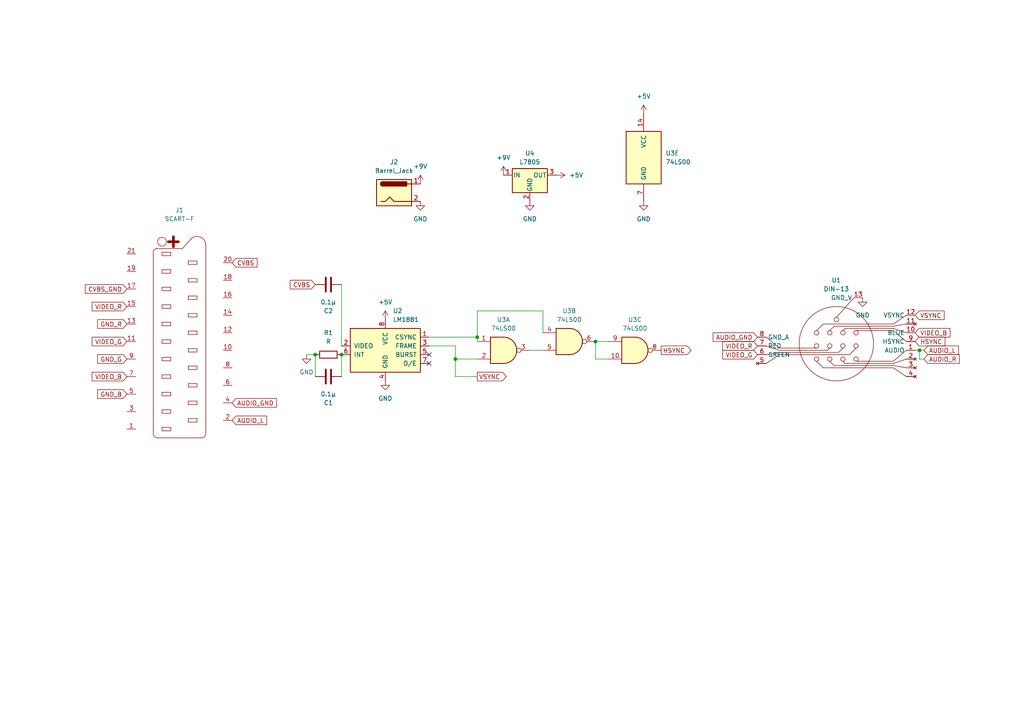
<source format=kicad_sch>
(kicad_sch (version 20230121) (generator eeschema)
  (paper "A4")
  (lib_symbols
    (symbol "74xx:74LS00" (pin_names (offset 1.016))
      (property "Reference" "U" (at 0 1.27 0))
      (property "Value" "74LS00" (at 0 -1.27 0))
      (symbol "74LS00_1_1"
        (arc (start 0 -3.81) (mid 3.7934 0) (end 0 3.81) (stroke (width 0.254)) (fill (type background)))
        (polyline (pts (xy 0 3.81) (xy -3.81 3.81) (xy -3.81 -3.81) (xy 0 -3.81)) (stroke (width 0.254)) (fill (type background)))
        (pin input line (at -7.62 2.54 0) (length 3.81) (name "~") (number "1"))
        (pin input line (at -7.62 -2.54 0) (length 3.81) (name "~") (number "2"))
        (pin output inverted (at 7.62 0 180) (length 3.81) (name "~") (number "3"))
      )
      (symbol "74LS00_1_2"
        (arc (start -3.81 -3.81) (mid -2.589 0) (end -3.81 3.81) (stroke (width 0.254)))
        (arc (start -0.6096 -3.81) (mid 2.1842 -2.5851) (end 3.81 0) (stroke (width 0.254)) (fill (type background)))
        (polyline (pts (xy -3.81 -3.81) (xy -0.635 -3.81)) (stroke (width 0.254)) (fill (type background)))
        (polyline (pts (xy -3.81 3.81) (xy -0.635 3.81)) (stroke (width 0.254)) (fill (type background)))
        (polyline (pts (xy -0.635 3.81) (xy -3.81 3.81) (xy -3.81 3.81) (xy -3.556 3.4036) (xy -3.0226 2.2606) (xy -2.6924 1.0414) (xy -2.6162 -0.254) (xy -2.7686 -1.4986) (xy -3.175 -2.7178) (xy -3.81 -3.81) (xy -3.81 -3.81) (xy -0.635 -3.81)) (stroke (width -25.4)) (fill (type background)))
        (arc (start 3.81 0) (mid 2.1915 2.5936) (end -0.6096 3.81) (stroke (width 0.254)) (fill (type background)))
        (pin input inverted (at -7.62 2.54 0) (length 4.318) (name "~") (number "1"))
        (pin input inverted (at -7.62 -2.54 0) (length 4.318) (name "~") (number "2"))
        (pin output line (at 7.62 0 180) (length 3.81) (name "~") (number "3"))
      )
      (symbol "74LS00_2_1"
        (arc (start 0 -3.81) (mid 3.7934 0) (end 0 3.81) (stroke (width 0.254)) (fill (type background)))
        (polyline (pts (xy 0 3.81) (xy -3.81 3.81) (xy -3.81 -3.81) (xy 0 -3.81)) (stroke (width 0.254)) (fill (type background)))
        (pin input line (at -7.62 2.54 0) (length 3.81) (name "~") (number "4"))
        (pin input line (at -7.62 -2.54 0) (length 3.81) (name "~") (number "5"))
        (pin output inverted (at 7.62 0 180) (length 3.81) (name "~") (number "6"))
      )
      (symbol "74LS00_2_2"
        (arc (start -3.81 -3.81) (mid -2.589 0) (end -3.81 3.81) (stroke (width 0.254)))
        (arc (start -0.6096 -3.81) (mid 2.1842 -2.5851) (end 3.81 0) (stroke (width 0.254)) (fill (type background)))
        (polyline (pts (xy -3.81 -3.81) (xy -0.635 -3.81)) (stroke (width 0.254)) (fill (type background)))
        (polyline (pts (xy -3.81 3.81) (xy -0.635 3.81)) (stroke (width 0.254)) (fill (type background)))
        (polyline (pts (xy -0.635 3.81) (xy -3.81 3.81) (xy -3.81 3.81) (xy -3.556 3.4036) (xy -3.0226 2.2606) (xy -2.6924 1.0414) (xy -2.6162 -0.254) (xy -2.7686 -1.4986) (xy -3.175 -2.7178) (xy -3.81 -3.81) (xy -3.81 -3.81) (xy -0.635 -3.81)) (stroke (width -25.4)) (fill (type background)))
        (arc (start 3.81 0) (mid 2.1915 2.5936) (end -0.6096 3.81) (stroke (width 0.254)) (fill (type background)))
        (pin input inverted (at -7.62 2.54 0) (length 4.318) (name "~") (number "4"))
        (pin input inverted (at -7.62 -2.54 0) (length 4.318) (name "~") (number "5"))
        (pin output line (at 7.62 0 180) (length 3.81) (name "~") (number "6"))
      )
      (symbol "74LS00_3_1"
        (arc (start 0 -3.81) (mid 3.7934 0) (end 0 3.81) (stroke (width 0.254)) (fill (type background)))
        (polyline (pts (xy 0 3.81) (xy -3.81 3.81) (xy -3.81 -3.81) (xy 0 -3.81)) (stroke (width 0.254)) (fill (type background)))
        (pin input line (at -7.62 -2.54 0) (length 3.81) (name "~") (number "10"))
        (pin output inverted (at 7.62 0 180) (length 3.81) (name "~") (number "8"))
        (pin input line (at -7.62 2.54 0) (length 3.81) (name "~") (number "9"))
      )
      (symbol "74LS00_3_2"
        (arc (start -3.81 -3.81) (mid -2.589 0) (end -3.81 3.81) (stroke (width 0.254)))
        (arc (start -0.6096 -3.81) (mid 2.1842 -2.5851) (end 3.81 0) (stroke (width 0.254)) (fill (type background)))
        (polyline (pts (xy -3.81 -3.81) (xy -0.635 -3.81)) (stroke (width 0.254)) (fill (type background)))
        (polyline (pts (xy -3.81 3.81) (xy -0.635 3.81)) (stroke (width 0.254)) (fill (type background)))
        (polyline (pts (xy -0.635 3.81) (xy -3.81 3.81) (xy -3.81 3.81) (xy -3.556 3.4036) (xy -3.0226 2.2606) (xy -2.6924 1.0414) (xy -2.6162 -0.254) (xy -2.7686 -1.4986) (xy -3.175 -2.7178) (xy -3.81 -3.81) (xy -3.81 -3.81) (xy -0.635 -3.81)) (stroke (width -25.4)) (fill (type background)))
        (arc (start 3.81 0) (mid 2.1915 2.5936) (end -0.6096 3.81) (stroke (width 0.254)) (fill (type background)))
        (pin input inverted (at -7.62 -2.54 0) (length 4.318) (name "~") (number "10"))
        (pin output line (at 7.62 0 180) (length 3.81) (name "~") (number "8"))
        (pin input inverted (at -7.62 2.54 0) (length 4.318) (name "~") (number "9"))
      )
      (symbol "74LS00_4_1"
        (arc (start 0 -3.81) (mid 3.7934 0) (end 0 3.81) (stroke (width 0.254)) (fill (type background)))
        (polyline (pts (xy 0 3.81) (xy -3.81 3.81) (xy -3.81 -3.81) (xy 0 -3.81)) (stroke (width 0.254)) (fill (type background)))
        (pin output inverted (at 7.62 0 180) (length 3.81) (name "~") (number "11"))
        (pin input line (at -7.62 2.54 0) (length 3.81) (name "~") (number "12"))
        (pin input line (at -7.62 -2.54 0) (length 3.81) (name "~") (number "13"))
      )
      (symbol "74LS00_4_2"
        (arc (start -3.81 -3.81) (mid -2.589 0) (end -3.81 3.81) (stroke (width 0.254)))
        (arc (start -0.6096 -3.81) (mid 2.1842 -2.5851) (end 3.81 0) (stroke (width 0.254)) (fill (type background)))
        (polyline (pts (xy -3.81 -3.81) (xy -0.635 -3.81)) (stroke (width 0.254)) (fill (type background)))
        (polyline (pts (xy -3.81 3.81) (xy -0.635 3.81)) (stroke (width 0.254)) (fill (type background)))
        (polyline (pts (xy -0.635 3.81) (xy -3.81 3.81) (xy -3.81 3.81) (xy -3.556 3.4036) (xy -3.0226 2.2606) (xy -2.6924 1.0414) (xy -2.6162 -0.254) (xy -2.7686 -1.4986) (xy -3.175 -2.7178) (xy -3.81 -3.81) (xy -3.81 -3.81) (xy -0.635 -3.81)) (stroke (width -25.4)) (fill (type background)))
        (arc (start 3.81 0) (mid 2.1915 2.5936) (end -0.6096 3.81) (stroke (width 0.254)) (fill (type background)))
        (pin output line (at 7.62 0 180) (length 3.81) (name "~") (number "11"))
        (pin input inverted (at -7.62 2.54 0) (length 4.318) (name "~") (number "12"))
        (pin input inverted (at -7.62 -2.54 0) (length 4.318) (name "~") (number "13"))
      )
      (symbol "74LS00_5_0"
        (pin power_in line (at 0 12.7 270) (length 5.08) (name "VCC") (number "14"))
        (pin power_in line (at 0 -12.7 90) (length 5.08) (name "GND") (number "7"))
      )
      (symbol "74LS00_5_1"
        (rectangle (start -5.08 7.62) (end 5.08 -7.62) (stroke (width 0.254)) (fill (type background)))
      )
    )
    (symbol "Connector:Barrel_Jack" (pin_names (offset 1.016))
      (property "Reference" "J" (at 0 5.334 0))
      (property "Value" "Barrel_Jack" (at 0 -5.08 0))
      (symbol "Barrel_Jack_0_1"
        (rectangle (start -5.08 3.81) (end 5.08 -3.81) (stroke (width 0.254)) (fill (type background)))
        (arc (start -3.302 3.175) (mid -3.9343 2.54) (end -3.302 1.905) (stroke (width 0.254)))
        (arc (start -3.302 3.175) (mid -3.9343 2.54) (end -3.302 1.905) (stroke (width 0.254)) (fill (type outline)))
        (polyline (pts (xy 5.08 2.54) (xy 3.81 2.54)) (stroke (width 0.254)))
        (polyline (pts (xy -3.81 -2.54) (xy -2.54 -2.54) (xy -1.27 -1.27) (xy 0 -2.54) (xy 2.54 -2.54) (xy 5.08 -2.54)) (stroke (width 0.254)))
        (rectangle (start 3.683 3.175) (end -3.302 1.905) (stroke (width 0.254)) (fill (type outline)))
      )
      (symbol "Barrel_Jack_1_1"
        (pin passive line (at 7.62 2.54 180) (length 2.54) (name "~") (number "1"))
        (pin passive line (at 7.62 -2.54 180) (length 2.54) (name "~") (number "2"))
      )
    )
    (symbol "Connector:SCART-F" (pin_names (offset 0.762) hide)
      (property "Reference" "J" (at 0 31.75 0))
      (property "Value" "SCART-F" (at 1.016 -29.21 0))
      (symbol "SCART-F_0_1"
        (arc (start -7.62 -26.67) (mid -7.248 -27.568) (end -6.35 -27.94))
        (arc (start -6.604 26.9494) (mid -7.3224 26.6518) (end -7.62 25.9334))
        (rectangle (start -5.08 -24.892) (end -2.54 -25.908))
        (rectangle (start -5.08 -19.812) (end -2.54 -20.828))
        (rectangle (start -5.08 -14.732) (end -2.54 -15.748))
        (rectangle (start -5.08 -9.652) (end -2.54 -10.668))
        (rectangle (start -5.08 -4.572) (end -2.54 -5.588))
        (rectangle (start -5.08 0.508) (end -2.54 -0.508))
        (rectangle (start -5.08 5.588) (end -2.54 4.572))
        (rectangle (start -5.08 10.668) (end -2.54 9.652))
        (rectangle (start -5.08 15.748) (end -2.54 14.732))
        (rectangle (start -5.08 20.828) (end -2.54 19.812))
        (rectangle (start -5.08 25.908) (end -2.54 24.892))
        (circle (center -5.08 28.956) (radius 1.27))
        (polyline (pts (xy -7.62 22.86) (xy -7.62 -26.67)))
        (polyline (pts (xy -7.62 22.86) (xy -7.62 24.13)))
        (polyline (pts (xy -7.62 24.6634) (xy -7.62 24.13)))
        (polyline (pts (xy -7.62 24.6634) (xy -7.62 25.9334)))
        (polyline (pts (xy -6.604 26.9494) (xy 0.508 26.9494)))
        (polyline (pts (xy -6.35 -27.94) (xy 6.35 -27.94)))
        (polyline (pts (xy 3.302 29.718) (xy 1.27 27.432)))
        (polyline (pts (xy 4.826 30.48) (xy 5.08 30.48)))
        (polyline (pts (xy 7.62 -26.67) (xy 7.62 28.2194)))
        (arc (start 0.508 26.924) (mid 0.9569 27.0702) (end 1.2192 27.4574))
        (rectangle (start 2.54 -22.352) (end 5.08 -23.368))
        (rectangle (start 2.54 -17.272) (end 5.08 -18.288))
        (rectangle (start 2.54 -12.192) (end 5.08 -13.208))
        (rectangle (start 2.54 -7.112) (end 5.08 -8.128))
        (rectangle (start 2.54 -2.032) (end 5.08 -3.048))
        (rectangle (start 2.54 3.048) (end 5.08 2.032))
        (rectangle (start 2.54 8.128) (end 5.08 7.112))
        (rectangle (start 2.54 13.208) (end 5.08 12.192))
        (rectangle (start 2.54 18.288) (end 5.08 17.272))
        (rectangle (start 2.54 23.368) (end 5.08 22.352))
        (arc (start 4.826 30.48) (mid 3.999 30.2726) (end 3.3782 29.6926))
        (arc (start 6.35 -27.94) (mid 7.248 -27.568) (end 7.62 -26.67))
        (arc (start 7.62 27.94) (mid 6.8761 29.7361) (end 5.08 30.48))
        (text "+" (at -1.778 29.21 0) (effects (font (size 3.81 3.81) bold)))
      )
      (symbol "SCART-F_1_1"
        (pin passive line (at -15.24 -25.4 0) (length 2.54) (name "P1") (number "1"))
        (pin passive line (at 15.24 -2.54 180) (length 2.54) (name "P10") (number "10"))
        (pin passive line (at -15.24 0 0) (length 2.54) (name "P11") (number "11"))
        (pin passive line (at 15.24 2.54 180) (length 2.54) (name "P12") (number "12"))
        (pin passive line (at -15.24 5.08 0) (length 2.54) (name "P13") (number "13"))
        (pin passive line (at 15.24 7.62 180) (length 2.54) (name "P14") (number "14"))
        (pin passive line (at -15.24 10.16 0) (length 2.54) (name "P15") (number "15"))
        (pin passive line (at 15.24 12.7 180) (length 2.54) (name "P16") (number "16"))
        (pin passive line (at -15.24 15.24 0) (length 2.54) (name "P17") (number "17"))
        (pin passive line (at 15.24 17.78 180) (length 2.54) (name "P18") (number "18"))
        (pin passive line (at -15.24 20.32 0) (length 2.54) (name "P19") (number "19"))
        (pin passive line (at 15.24 -22.86 180) (length 2.54) (name "P2") (number "2"))
        (pin passive line (at 15.24 22.86 180) (length 2.54) (name "P20") (number "20"))
        (pin passive line (at -15.24 25.4 0) (length 2.54) (name "P21") (number "21"))
        (pin passive line (at -15.24 -20.32 0) (length 2.54) (name "P3") (number "3"))
        (pin passive line (at 15.24 -17.78 180) (length 2.54) (name "P4") (number "4"))
        (pin passive line (at -15.24 -15.24 0) (length 2.54) (name "P5") (number "5"))
        (pin passive line (at 15.24 -12.7 180) (length 2.54) (name "P6") (number "6"))
        (pin passive line (at -15.24 -10.16 0) (length 2.54) (name "P7") (number "7"))
        (pin passive line (at 15.24 -7.62 180) (length 2.54) (name "P8") (number "8"))
        (pin passive line (at -15.24 -5.08 0) (length 2.54) (name "P9") (number "9"))
      )
    )
    (symbol "Device:C" (pin_numbers hide) (pin_names (offset 0.254))
      (property "Reference" "C" (at 0.635 2.54 0))
      (property "Value" "C" (at 0.635 -2.54 0))
      (symbol "C_0_1"
        (polyline (pts (xy -2.032 -0.762) (xy 2.032 -0.762)) (stroke (width 0.508)))
        (polyline (pts (xy -2.032 0.762) (xy 2.032 0.762)) (stroke (width 0.508)))
      )
      (symbol "C_1_1"
        (pin passive line (at 0 3.81 270) (length 2.794) (name "~") (number "1"))
        (pin passive line (at 0 -3.81 90) (length 2.794) (name "~") (number "2"))
      )
    )
    (symbol "Device:R" (pin_numbers hide) (pin_names (offset 0))
      (property "Reference" "R" (at 2.032 0 90))
      (property "Value" "R" (at 0 0 90))
      (symbol "R_0_1"
        (rectangle (start -1.016 -2.54) (end 1.016 2.54) (stroke (width 0.254)))
      )
      (symbol "R_1_1"
        (pin passive line (at 0 3.81 270) (length 1.27) (name "~") (number "1"))
        (pin passive line (at 0 -3.81 90) (length 1.27) (name "~") (number "2"))
      )
    )
    (symbol "Regulator_Linear:L7805" (pin_names (offset 0.254))
      (property "Reference" "U" (at -3.81 3.175 0))
      (property "Value" "L7805" (at 0 3.175 0))
      (symbol "L7805_0_1"
        (rectangle (start -5.08 1.905) (end 5.08 -5.08) (stroke (width 0.254)) (fill (type background)))
      )
      (symbol "L7805_1_1"
        (pin power_in line (at -7.62 0 0) (length 2.54) (name "IN") (number "1"))
        (pin power_in line (at 0 -7.62 90) (length 2.54) (name "GND") (number "2"))
        (pin power_out line (at 7.62 0 180) (length 2.54) (name "OUT") (number "3"))
      )
    )
    (symbol "Video:LM1881" (pin_names (offset 1.016))
      (property "Reference" "U" (at -8.89 8.89 0))
      (property "Value" "LM1881" (at 6.35 8.89 0))
      (symbol "LM1881_0_1"
        (rectangle (start -10.16 7.62) (end 10.16 -5.08) (stroke (width 0.254)) (fill (type background)))
      )
      (symbol "LM1881_1_1"
        (pin output line (at 12.7 5.08 180) (length 2.54) (name "CSYNC") (number "1"))
        (pin input line (at -12.7 2.54 0) (length 2.54) (name "VIDEO") (number "2"))
        (pin output line (at 12.7 2.54 180) (length 2.54) (name "FRAME") (number "3"))
        (pin power_in line (at 0 -7.62 90) (length 2.54) (name "GND") (number "4"))
        (pin output line (at 12.7 0 180) (length 2.54) (name "BURST") (number "5"))
        (pin input line (at -12.7 0 0) (length 2.54) (name "INT") (number "6"))
        (pin output line (at 12.7 -2.54 180) (length 2.54) (name "O/E") (number "7"))
        (pin power_in line (at 0 10.16 270) (length 2.54) (name "VCC") (number "8"))
      )
    )
    (symbol "power:+5V" (power) (pin_names (offset 0))
      (property "Value" "+5V" (at 0 3.556 0))
      (symbol "+5V_0_1"
        (polyline (pts (xy -0.762 1.27) (xy 0 2.54)))
        (polyline (pts (xy 0 0) (xy 0 2.54)))
        (polyline (pts (xy 0 2.54) (xy 0.762 1.27)))
      )
      (symbol "+5V_1_1"
        (pin power_in line (at 0 0 90) (length 0) hide (name "+5V") (number "1"))
      )
    )
    (symbol "power:+9V" (power) (pin_names (offset 0))
      (property "Value" "+9V" (at 0 3.556 0))
      (symbol "+9V_0_1"
        (polyline (pts (xy -0.762 1.27) (xy 0 2.54)))
        (polyline (pts (xy 0 0) (xy 0 2.54)))
        (polyline (pts (xy 0 2.54) (xy 0.762 1.27)))
      )
      (symbol "+9V_1_1"
        (pin power_in line (at 0 0 90) (length 0) hide (name "+9V") (number "1"))
      )
    )
    (symbol "power:GND" (power) (pin_names (offset 0))
      (property "Value" "GND" (at 0 -3.81 0))
      (symbol "GND_0_1"
        (polyline (pts (xy 0 0) (xy 0 -1.27) (xy 1.27 -1.27) (xy 0 -2.54) (xy -1.27 -1.27) (xy 0 -1.27)))
      )
      (symbol "GND_1_1"
        (pin power_in line (at 0 0 270) (length 0) hide (name "GND") (number "1"))
      )
    )
    (symbol "sc1224-scart:DIN-13"
      (property "Reference" "U" (at 0 -14.605 0))
      (property "Value" "DIN-13" (at 0 -12.7 0))
      (symbol "DIN-13_0_1"
        (circle (center -5.715 -5.08) (radius 0.635))
        (circle (center -5.715 -1.27) (radius 0.635))
        (circle (center -5.715 2.54) (radius 0.635))
        (circle (center -1.905 -5.08) (radius 0.635))
        (circle (center -1.905 -1.27) (radius 0.635))
        (circle (center -1.905 2.54) (radius 0.635))
        (circle (center 0 -0.635) (radius 10.7763))
        (polyline (pts (xy -20.32 -3.81) (xy -16.51 -3.175)))
        (polyline (pts (xy -20.32 -1.27) (xy -16.51 -2.54)))
        (polyline (pts (xy -20.32 1.27) (xy -16.51 -1.905)))
        (polyline (pts (xy -16.51 -3.81) (xy -20.32 -6.35)))
        (polyline (pts (xy -5.715 -1.905) (xy -16.51 -1.905)))
        (polyline (pts (xy 5.08 12.7) (xy 0 6.985)))
        (polyline (pts (xy 5.715 -5.715) (xy 16.51 -5.715)))
        (polyline (pts (xy 5.715 3.175) (xy 16.51 3.175)))
        (polyline (pts (xy 16.51 -7.62) (xy 20.32 -10.16)))
        (polyline (pts (xy 16.51 5.08) (xy 20.32 7.62)))
        (polyline (pts (xy 20.32 -7.62) (xy 16.51 -6.985)))
        (polyline (pts (xy 20.32 -5.08) (xy 16.51 -6.35)))
        (polyline (pts (xy 20.32 -2.54) (xy 16.51 -5.715)))
        (polyline (pts (xy 20.32 0) (xy 16.51 3.175)))
        (polyline (pts (xy 20.32 2.54) (xy 16.51 3.81)))
        (polyline (pts (xy 20.32 5.08) (xy 16.51 4.445)))
        (polyline (pts (xy -5.715 -5.715) (xy -3.81 -7.62) (xy 16.51 -7.62)))
        (polyline (pts (xy -5.715 3.175) (xy -3.81 5.08) (xy 16.51 5.08)))
        (polyline (pts (xy -1.905 -5.715) (xy -0.635 -6.985) (xy 16.51 -6.985)))
        (polyline (pts (xy -1.905 -1.905) (xy -2.54 -2.54) (xy -16.51 -2.54)))
        (polyline (pts (xy -1.905 3.175) (xy -0.635 4.445) (xy 16.51 4.445)))
        (polyline (pts (xy 1.905 -5.715) (xy 2.54 -6.35) (xy 16.51 -6.35)))
        (polyline (pts (xy 1.905 -1.905) (xy 0.635 -3.175) (xy -16.51 -3.175)))
        (polyline (pts (xy 1.905 3.175) (xy 2.54 3.81) (xy 16.51 3.81)))
        (polyline (pts (xy 5.715 -1.905) (xy 3.81 -3.81) (xy -16.51 -3.81)))
        (circle (center 0 6.35) (radius 0.635))
        (circle (center 1.905 -5.08) (radius 0.635))
        (circle (center 1.905 -1.27) (radius 0.635))
        (circle (center 1.905 2.54) (radius 0.635))
        (circle (center 5.715 -5.08) (radius 0.635))
        (circle (center 5.715 -1.27) (radius 0.635))
        (circle (center 5.715 2.54) (radius 0.635))
      )
      (symbol "DIN-13_1_1"
        (pin input line (at 22.86 -2.54 180) (length 2.54) (name "AUDIO") (number "1"))
        (pin input line (at 22.86 2.54 180) (length 2.54) (name "BLUE") (number "10"))
        (pin no_connect line (at 22.86 5.08 180) (length 2.54) (name "") (number "11"))
        (pin input line (at 22.86 7.62 180) (length 2.54) (name "VSYNC") (number "12"))
        (pin power_in line (at 7.62 12.7 180) (length 2.54) (name "GND_V") (number "13"))
        (pin no_connect line (at 22.86 -5.08 180) (length 2.54) (name "") (number "2"))
        (pin no_connect line (at 22.86 -7.62 180) (length 2.54) (name "") (number "3"))
        (pin no_connect line (at 22.86 -10.16 180) (length 2.54) (name "") (number "4"))
        (pin no_connect line (at -22.86 -6.35 0) (length 2.54) (name "") (number "5"))
        (pin input line (at -22.86 -3.81 0) (length 2.54) (name "GREEN") (number "6"))
        (pin input line (at -22.86 -1.27 0) (length 2.54) (name "RED") (number "7"))
        (pin power_in line (at -22.86 1.27 0) (length 2.54) (name "GND_A") (number "8"))
        (pin input line (at 22.86 0 180) (length 2.54) (name "HSYNC") (number "9"))
      )
    )
  )
  (junction (at 99.06 102.87))
  (junction (at 266.7 101.6))
  (junction (at 138.43 97.79))
  (junction (at 132.08 104.14))
  (junction (at 172.72 99.06))
  (junction (at 91.44 102.87))
  (no_connect (at 124.46 105.41))
  (no_connect (at 124.46 102.87))
  (wire (pts (xy 267.97 101.6) (xy 266.7 101.6)))
  (wire (pts (xy 138.43 90.17) (xy 157.48 90.17)))
  (wire (pts (xy 153.67 101.6) (xy 157.48 101.6)))
  (wire (pts (xy 172.72 104.14) (xy 176.53 104.14)))
  (wire (pts (xy 132.08 104.14) (xy 138.43 104.14)))
  (wire (pts (xy 138.43 97.79) (xy 138.43 99.06)))
  (wire (pts (xy 266.7 101.6) (xy 266.7 104.14)))
  (wire (pts (xy 132.08 100.33) (xy 132.08 104.14)))
  (wire (pts (xy 124.46 97.79) (xy 138.43 97.79)))
  (wire (pts (xy 172.72 99.06) (xy 172.72 104.14)))
  (wire (pts (xy 124.46 100.33) (xy 132.08 100.33)))
  (wire (pts (xy 99.06 82.55) (xy 99.06 100.33)))
  (wire (pts (xy 132.08 104.14) (xy 132.08 109.22)))
  (wire (pts (xy 99.06 102.87) (xy 99.06 109.22)))
  (wire (pts (xy 91.44 102.87) (xy 91.44 109.22)))
  (wire (pts (xy 88.9 102.87) (xy 91.44 102.87)))
  (wire (pts (xy 172.72 99.06) (xy 176.53 99.06)))
  (wire (pts (xy 157.48 90.17) (xy 157.48 96.52)))
  (wire (pts (xy 266.7 104.14) (xy 267.97 104.14)))
  (wire (pts (xy 132.08 109.22) (xy 138.43 109.22)))
  (wire (pts (xy 265.43 101.6) (xy 266.7 101.6)))
  (wire (pts (xy 138.43 97.79) (xy 138.43 90.17)))
  (global_label "AUDIO_R" (shape input) (at 267.97 104.14 0) (property "Intersheetrefs" "${INTERSHEET_REFS}" (effects hide)))
  (global_label "VIDEO_R" (shape input) (at 36.83 88.9 180) (property "Intersheetrefs" "${INTERSHEET_REFS}" (effects hide)))
  (global_label "GND_R" (shape input) (at 36.83 93.98 180) (property "Intersheetrefs" "${INTERSHEET_REFS}" (effects hide)))
  (global_label "GND_B" (shape input) (at 36.83 114.3 180) (property "Intersheetrefs" "${INTERSHEET_REFS}" (effects hide)))
  (global_label "CVBS" (shape input) (at 91.44 82.55 180) (property "Intersheetrefs" "${INTERSHEET_REFS}" (effects hide)))
  (global_label "CVBS" (shape input) (at 67.31 76.2 0) (property "Intersheetrefs" "${INTERSHEET_REFS}" (effects hide)))
  (global_label "VIDEO_G" (shape input) (at 36.83 99.06 180) (property "Intersheetrefs" "${INTERSHEET_REFS}" (effects hide)))
  (global_label "VIDEO_G" (shape input) (at 219.71 102.87 180) (property "Intersheetrefs" "${INTERSHEET_REFS}" (effects hide)))
  (global_label "CVBS_GND" (shape input) (at 36.83 83.82 180) (property "Intersheetrefs" "${INTERSHEET_REFS}" (effects hide)))
  (global_label "GND_G" (shape input) (at 36.83 104.14 180) (property "Intersheetrefs" "${INTERSHEET_REFS}" (effects hide)))
  (global_label "HSYNC" (shape output) (at 191.77 101.6 0) (property "Intersheetrefs" "${INTERSHEET_REFS}" (effects hide)))
  (global_label "VSYNC" (shape input) (at 265.43 91.44 0) (property "Intersheetrefs" "${INTERSHEET_REFS}" (effects hide)))
  (global_label "AUDIO_GND" (shape input) (at 67.31 116.84 0) (property "Intersheetrefs" "${INTERSHEET_REFS}" (effects hide)))
  (global_label "AUDIO_L" (shape input) (at 67.31 121.92 0) (property "Intersheetrefs" "${INTERSHEET_REFS}" (effects hide)))
  (global_label "VIDEO_B" (shape input) (at 265.43 96.52 0) (property "Intersheetrefs" "${INTERSHEET_REFS}" (effects hide)))
  (global_label "VIDEO_R" (shape input) (at 219.71 100.33 180) (property "Intersheetrefs" "${INTERSHEET_REFS}" (effects hide)))
  (global_label "VSYNC" (shape output) (at 138.43 109.22 0) (property "Intersheetrefs" "${INTERSHEET_REFS}" (effects hide)))
  (global_label "VIDEO_B" (shape input) (at 36.83 109.22 180) (property "Intersheetrefs" "${INTERSHEET_REFS}" (effects hide)))
  (global_label "AUDIO_L" (shape input) (at 267.97 101.6 0) (property "Intersheetrefs" "${INTERSHEET_REFS}" (effects hide)))
  (global_label "AUDIO_GND" (shape input) (at 219.71 97.79 180) (property "Intersheetrefs" "${INTERSHEET_REFS}" (effects hide)))
  (global_label "HSYNC" (shape input) (at 265.43 99.06 0) (property "Intersheetrefs" "${INTERSHEET_REFS}" (effects hide)))
  (symbol (lib_id "Device:C") (at 95.25 82.55 90) (unit 1)
    (property "Reference" "C2" (at 95.25 90.17 90))
    (property "Value" "0.1µ" (at 95.25 87.63 90))
    (property "Footprint" "Capacitor_Tantalum_SMD:CP_EIA-2012-15_AVX-P_Pad1.30x1.05mm_HandSolder" (effects hide))
  )
  (symbol (lib_id "Device:C") (at 95.25 109.22 90) (unit 1)
    (property "Reference" "C1" (at 95.25 116.84 90))
    (property "Value" "0.1µ" (at 95.25 114.3 90))
    (property "Footprint" "Capacitor_Tantalum_SMD:CP_EIA-2012-15_AVX-P_Pad1.30x1.05mm_HandSolder" (effects hide))
  )
  (symbol (lib_id "Device:R") (at 95.25 102.87 90) (unit 1)
    (property "Reference" "R1" (at 95.25 96.52 90))
    (property "Value" "R" (at 95.25 99.06 90))
    (property "Footprint" "Resistor_SMD:R_0805_2012Metric_Pad1.20x1.40mm_HandSolder" (effects hide))
  )
  (symbol (lib_id "74xx:74LS00") (at 184.15 101.6 0) (unit 3)
    (property "Reference" "U3" (at 184.1417 92.71 0))
    (property "Value" "74LS00" (at 184.1417 95.25 0))
    (property "Footprint" "Package_SO:SO-8_5.3x6.2mm_P1.27mm" (effects hide))
    (property "Datasheet" "http://www.ti.com/lit/gpn/sn74ls00" (effects hide))
  )
  (symbol (lib_id "power:GND") (at 121.92 58.42 0) (unit 1)
    (property "Reference" "#PWR02" (effects hide))
    (property "Value" "GND" (at 121.92 63.5 0))
  )
  (symbol (lib_id "power:GND") (at 186.69 58.42 0) (unit 1)
    (property "Reference" "#PWR05" (effects hide))
    (property "Value" "GND" (at 186.69 63.5 0))
  )
  (symbol (lib_id "power:+5V") (at 111.76 92.71 0) (unit 1)
    (property "Reference" "#PWR08" (effects hide))
    (property "Value" "+5V" (at 111.76 87.63 0))
  )
  (symbol (lib_id "Regulator_Linear:L7805") (at 153.67 50.8 0) (unit 1)
    (property "Reference" "U4" (at 153.67 44.45 0))
    (property "Value" "L7805" (at 153.67 46.99 0))
    (property "Footprint" "Connector_PinHeader_1.27mm:PinHeader_1x03_P1.27mm_Vertical" (effects hide))
    (property "Datasheet" "http://www.st.com/content/ccc/resource/technical/document/datasheet/41/4f/b3/b0/12/d4/47/88/CD00000444.pdf/files/CD00000444.pdf/jcr:content/translations/en.CD00000444.pdf" (effects hide))
  )
  (symbol (lib_id "power:+9V") (at 146.05 50.8 0) (unit 1)
    (property "Reference" "#PWR03" (effects hide))
    (property "Value" "+9V" (at 146.05 45.72 0))
  )
  (symbol (lib_id "Connector:Barrel_Jack") (at 114.3 55.88 0) (unit 1)
    (property "Reference" "J2" (at 114.3 46.99 0))
    (property "Value" "Barrel_Jack" (at 114.3 49.53 0))
    (property "Footprint" "Connector_BarrelJack:BarrelJack_Wuerth_6941xx301002" (effects hide))
  )
  (symbol (lib_id "74xx:74LS00") (at 186.69 45.72 0) (unit 5)
    (property "Reference" "U3" (at 193.04 44.45 0) (effects (justify left)))
    (property "Value" "74LS00" (at 193.04 46.99 0) (effects (justify left)))
    (property "Footprint" "Package_SO:SO-8_5.3x6.2mm_P1.27mm" (effects hide))
    (property "Datasheet" "http://www.ti.com/lit/gpn/sn74ls00" (effects hide))
  )
  (symbol (lib_id "power:GND") (at 111.76 110.49 0) (unit 1)
    (property "Reference" "#PWR09" (effects hide))
    (property "Value" "GND" (at 111.76 115.57 0))
  )
  (symbol (lib_id "power:GND") (at 153.67 58.42 0) (unit 1)
    (property "Reference" "#PWR06" (effects hide))
    (property "Value" "GND" (at 153.67 63.5 0))
  )
  (symbol (lib_id "power:+5V") (at 186.69 33.02 0) (unit 1)
    (property "Reference" "#PWR07" (effects hide))
    (property "Value" "+5V" (at 186.69 27.94 0))
  )
  (symbol (lib_id "power:+9V") (at 121.92 53.34 0) (unit 1)
    (property "Reference" "#PWR01" (effects hide))
    (property "Value" "+9V" (at 121.92 48.26 0))
  )
  (symbol (lib_id "power:+5V") (at 161.29 50.8 270) (unit 1)
    (property "Reference" "#PWR04" (effects hide))
    (property "Value" "+5V" (at 165.1 50.8 90) (effects (justify left)))
  )
  (symbol (lib_id "power:GND") (at 250.19 86.36 0) (unit 1)
    (property "Reference" "#PWR011" (effects hide))
    (property "Value" "GND" (at 250.19 91.44 0))
  )
  (symbol (lib_id "74xx:74LS00") (at 165.1 99.06 0) (unit 2)
    (property "Reference" "U3" (at 165.0917 90.17 0))
    (property "Value" "74LS00" (at 165.0917 92.71 0))
    (property "Footprint" "Package_SO:SO-8_5.3x6.2mm_P1.27mm" (effects hide))
    (property "Datasheet" "http://www.ti.com/lit/gpn/sn74ls00" (effects hide))
  )
  (symbol (lib_id "Video:LM1881") (at 111.76 102.87 0) (unit 1)
    (property "Reference" "U2" (at 113.9541 90.17 0) (effects (justify left)))
    (property "Value" "LM1881" (at 113.9541 92.71 0) (effects (justify left)))
    (property "Footprint" "Package_SO:SOIC-8-N7_3.9x4.9mm_P1.27mm" (effects hide))
  )
  (symbol (lib_id "74xx:74LS00") (at 146.05 101.6 0) (unit 1)
    (property "Reference" "U3" (at 146.0417 92.71 0))
    (property "Value" "74LS00" (at 146.0417 95.25 0))
    (property "Footprint" "Package_SO:SO-8_5.3x6.2mm_P1.27mm" (effects hide))
    (property "Datasheet" "http://www.ti.com/lit/gpn/sn74ls00" (effects hide))
  )
  (symbol (lib_id "Connector:SCART-F") (at 52.07 99.06 0) (unit 1)
    (property "Reference" "J1" (at 52.07 60.96 0))
    (property "Value" "SCART-F" (at 52.07 63.5 0))
    (property "Datasheet" " ~" (effects hide))
  )
  (symbol (lib_id "power:GND") (at 88.9 102.87 0) (unit 1)
    (property "Reference" "#PWR010" (effects hide))
    (property "Value" "GND" (at 88.9 107.95 0))
  )
  (symbol (lib_id "sc1224-scart:DIN-13") (at 242.57 99.06 0) (unit 1)
    (property "Reference" "U1" (at 242.57 81.28 0))
    (property "Value" "DIN-13" (at 242.57 83.82 0))
  )
)
</source>
